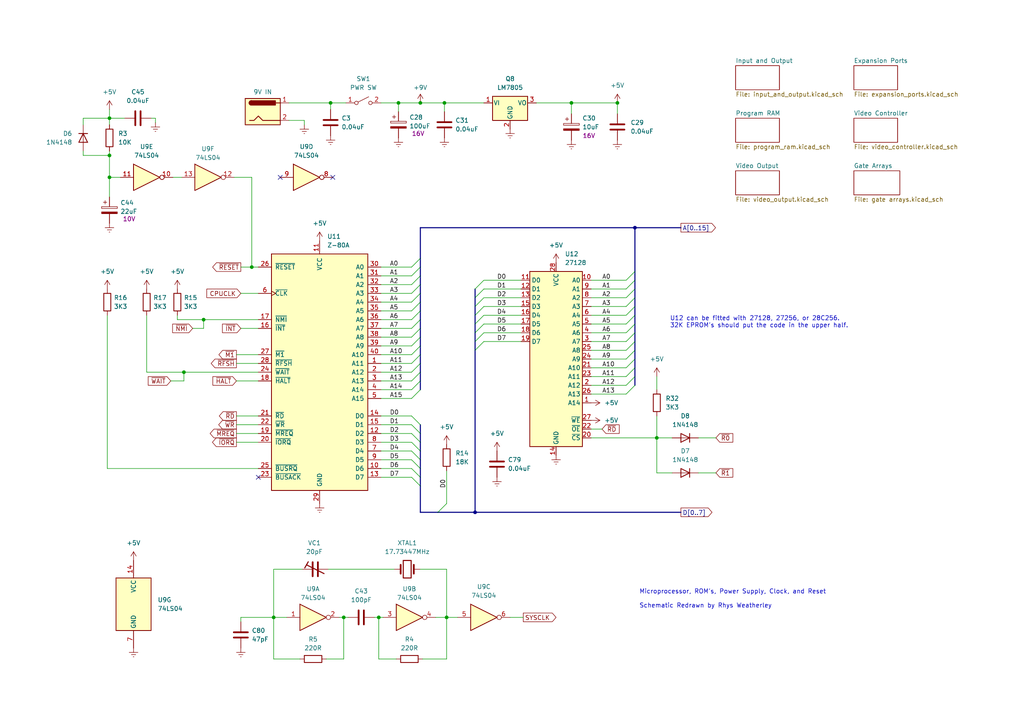
<source format=kicad_sch>
(kicad_sch (version 20230121) (generator eeschema)
  (paper "A4")
  (title_block (title "VZ300 Computer") (date "1985") (rev "1"))
  (lib_symbols
    (symbol "74xx:74LS04"
      (property "Reference" "U" (at 0 1.27 0))
      (property "Value" "74LS04" (at 0 -1.27 0))
      (symbol "74LS04_1_0"
        (polyline (pts (xy -3.81 3.81) (xy -3.81 -3.81) (xy 3.81 0) (xy -3.81 3.81)) (stroke (width 0.254)) (fill (type background)))
        (pin input line (at -7.62 0 0) (length 3.81) (name "~") (number "1"))
        (pin output inverted (at 7.62 0 180) (length 3.81) (name "~") (number "2"))
      )
      (symbol "74LS04_2_0"
        (polyline (pts (xy -3.81 3.81) (xy -3.81 -3.81) (xy 3.81 0) (xy -3.81 3.81)) (stroke (width 0.254)) (fill (type background)))
        (pin input line (at -7.62 0 0) (length 3.81) (name "~") (number "3"))
        (pin output inverted (at 7.62 0 180) (length 3.81) (name "~") (number "4"))
      )
      (symbol "74LS04_3_0"
        (polyline (pts (xy -3.81 3.81) (xy -3.81 -3.81) (xy 3.81 0) (xy -3.81 3.81)) (stroke (width 0.254)) (fill (type background)))
        (pin input line (at -7.62 0 0) (length 3.81) (name "~") (number "5"))
        (pin output inverted (at 7.62 0 180) (length 3.81) (name "~") (number "6"))
      )
      (symbol "74LS04_4_0"
        (polyline (pts (xy -3.81 3.81) (xy -3.81 -3.81) (xy 3.81 0) (xy -3.81 3.81)) (stroke (width 0.254)) (fill (type background)))
        (pin output inverted (at 7.62 0 180) (length 3.81) (name "~") (number "8"))
        (pin input line (at -7.62 0 0) (length 3.81) (name "~") (number "9"))
      )
      (symbol "74LS04_5_0"
        (polyline (pts (xy -3.81 3.81) (xy -3.81 -3.81) (xy 3.81 0) (xy -3.81 3.81)) (stroke (width 0.254)) (fill (type background)))
        (pin output inverted (at 7.62 0 180) (length 3.81) (name "~") (number "10"))
        (pin input line (at -7.62 0 0) (length 3.81) (name "~") (number "11"))
      )
      (symbol "74LS04_6_0"
        (polyline (pts (xy -3.81 3.81) (xy -3.81 -3.81) (xy 3.81 0) (xy -3.81 3.81)) (stroke (width 0.254)) (fill (type background)))
        (pin output inverted (at 7.62 0 180) (length 3.81) (name "~") (number "12"))
        (pin input line (at -7.62 0 0) (length 3.81) (name "~") (number "13"))
      )
      (symbol "74LS04_7_0"
        (pin power_in line (at 0 12.7 270) (length 5.08) (name "VCC") (number "14"))
        (pin power_in line (at 0 -12.7 90) (length 5.08) (name "GND") (number "7"))
      )
      (symbol "74LS04_7_1"
        (rectangle (start -5.08 7.62) (end 5.08 -7.62) (stroke (width 0.254)) (fill (type background)))
      )
    )
    (symbol "CPU:Z80CPU" (pin_names (offset 1.016))
      (property "Reference" "U" (at -13.97 35.56 0))
      (property "Value" "Z80CPU" (at 6.35 35.56 0))
      (symbol "Z80CPU_0_1"
        (rectangle (start -13.97 34.29) (end 13.97 -34.29) (stroke (width 0.254)) (fill (type background)))
      )
      (symbol "Z80CPU_1_1"
        (pin output line (at 17.78 2.54 180) (length 3.81) (name "A11") (number "1"))
        (pin bidirectional line (at 17.78 -27.94 180) (length 3.81) (name "D6") (number "10"))
        (pin power_in line (at 0 38.1 270) (length 3.81) (name "VCC") (number "11"))
        (pin bidirectional line (at 17.78 -17.78 180) (length 3.81) (name "D2") (number "12"))
        (pin bidirectional line (at 17.78 -30.48 180) (length 3.81) (name "D7") (number "13"))
        (pin bidirectional line (at 17.78 -12.7 180) (length 3.81) (name "D0") (number "14"))
        (pin bidirectional line (at 17.78 -15.24 180) (length 3.81) (name "D1") (number "15"))
        (pin input line (at -17.78 12.7 0) (length 3.81) (name "~{INT}") (number "16"))
        (pin input line (at -17.78 15.24 0) (length 3.81) (name "~{NMI}") (number "17"))
        (pin output line (at -17.78 -2.54 0) (length 3.81) (name "~{HALT}") (number "18"))
        (pin output line (at -17.78 -17.78 0) (length 3.81) (name "~{MREQ}") (number "19"))
        (pin output line (at 17.78 0 180) (length 3.81) (name "A12") (number "2"))
        (pin output line (at -17.78 -20.32 0) (length 3.81) (name "~{IORQ}") (number "20"))
        (pin output line (at -17.78 -12.7 0) (length 3.81) (name "~{RD}") (number "21"))
        (pin output line (at -17.78 -15.24 0) (length 3.81) (name "~{WR}") (number "22"))
        (pin output line (at -17.78 -30.48 0) (length 3.81) (name "~{BUSACK}") (number "23"))
        (pin input line (at -17.78 0 0) (length 3.81) (name "~{WAIT}") (number "24"))
        (pin input line (at -17.78 -27.94 0) (length 3.81) (name "~{BUSRQ}") (number "25"))
        (pin input line (at -17.78 30.48 0) (length 3.81) (name "~{RESET}") (number "26"))
        (pin output line (at -17.78 5.08 0) (length 3.81) (name "~{M1}") (number "27"))
        (pin output line (at -17.78 2.54 0) (length 3.81) (name "~{RFSH}") (number "28"))
        (pin power_in line (at 0 -38.1 90) (length 3.81) (name "GND") (number "29"))
        (pin output line (at 17.78 -2.54 180) (length 3.81) (name "A13") (number "3"))
        (pin output line (at 17.78 30.48 180) (length 3.81) (name "A0") (number "30"))
        (pin output line (at 17.78 27.94 180) (length 3.81) (name "A1") (number "31"))
        (pin output line (at 17.78 25.4 180) (length 3.81) (name "A2") (number "32"))
        (pin output line (at 17.78 22.86 180) (length 3.81) (name "A3") (number "33"))
        (pin output line (at 17.78 20.32 180) (length 3.81) (name "A4") (number "34"))
        (pin output line (at 17.78 17.78 180) (length 3.81) (name "A5") (number "35"))
        (pin output line (at 17.78 15.24 180) (length 3.81) (name "A6") (number "36"))
        (pin output line (at 17.78 12.7 180) (length 3.81) (name "A7") (number "37"))
        (pin output line (at 17.78 10.16 180) (length 3.81) (name "A8") (number "38"))
        (pin output line (at 17.78 7.62 180) (length 3.81) (name "A9") (number "39"))
        (pin output line (at 17.78 -5.08 180) (length 3.81) (name "A14") (number "4"))
        (pin output line (at 17.78 5.08 180) (length 3.81) (name "A10") (number "40"))
        (pin output line (at 17.78 -7.62 180) (length 3.81) (name "A15") (number "5"))
        (pin input clock (at -17.78 22.86 0) (length 3.81) (name "~{CLK}") (number "6"))
        (pin bidirectional line (at 17.78 -22.86 180) (length 3.81) (name "D4") (number "7"))
        (pin bidirectional line (at 17.78 -20.32 180) (length 3.81) (name "D3") (number "8"))
        (pin bidirectional line (at 17.78 -25.4 180) (length 3.81) (name "D5") (number "9"))
      )
    )
    (symbol "Connector:Barrel_Jack" (pin_names (offset 1.016))
      (property "Reference" "J" (at 0 5.334 0))
      (property "Value" "Barrel_Jack" (at 0 -5.08 0))
      (symbol "Barrel_Jack_0_1"
        (rectangle (start -5.08 3.81) (end 5.08 -3.81) (stroke (width 0.254)) (fill (type background)))
        (arc (start -3.302 3.175) (mid -3.9343 2.54) (end -3.302 1.905) (stroke (width 0.254)))
        (arc (start -3.302 3.175) (mid -3.9343 2.54) (end -3.302 1.905) (stroke (width 0.254)) (fill (type outline)))
        (polyline (pts (xy 5.08 2.54) (xy 3.81 2.54)) (stroke (width 0.254)))
        (polyline (pts (xy -3.81 -2.54) (xy -2.54 -2.54) (xy -1.27 -1.27) (xy 0 -2.54) (xy 2.54 -2.54) (xy 5.08 -2.54)) (stroke (width 0.254)))
        (rectangle (start 3.683 3.175) (end -3.302 1.905) (stroke (width 0.254)) (fill (type outline)))
      )
      (symbol "Barrel_Jack_1_1"
        (pin passive line (at 7.62 2.54 180) (length 2.54) (name "~") (number "1"))
        (pin passive line (at 7.62 -2.54 180) (length 2.54) (name "~") (number "2"))
      )
    )
    (symbol "Device:C" (pin_numbers hide) (pin_names (offset 0.254))
      (property "Reference" "C" (at 0.635 2.54 0))
      (property "Value" "C" (at 0.635 -2.54 0))
      (symbol "C_0_1"
        (polyline (pts (xy -2.032 -0.762) (xy 2.032 -0.762)) (stroke (width 0.508)))
        (polyline (pts (xy -2.032 0.762) (xy 2.032 0.762)) (stroke (width 0.508)))
      )
      (symbol "C_1_1"
        (pin passive line (at 0 3.81 270) (length 2.794) (name "~") (number "1"))
        (pin passive line (at 0 -3.81 90) (length 2.794) (name "~") (number "2"))
      )
    )
    (symbol "Device:C_Polarized" (pin_numbers hide) (pin_names (offset 0.254))
      (property "Reference" "C" (at 0.635 2.54 0))
      (property "Value" "C_Polarized" (at 0.635 -2.54 0))
      (symbol "C_Polarized_0_1"
        (rectangle (start -2.286 0.508) (end 2.286 1.016))
        (polyline (pts (xy -1.778 2.286) (xy -0.762 2.286)))
        (polyline (pts (xy -1.27 2.794) (xy -1.27 1.778)))
        (rectangle (start 2.286 -0.508) (end -2.286 -1.016) (fill (type outline)))
      )
      (symbol "C_Polarized_1_1"
        (pin passive line (at 0 3.81 270) (length 2.794) (name "~") (number "1"))
        (pin passive line (at 0 -3.81 90) (length 2.794) (name "~") (number "2"))
      )
    )
    (symbol "Device:C_Trim" (pin_numbers hide) (pin_names (offset 0.254) hide)
      (property "Reference" "C" (at 1.524 -2.032 0))
      (property "Value" "C_Trim" (at 3.048 -3.556 0))
      (symbol "C_Trim_0_1"
        (polyline (pts (xy -2.032 -0.762) (xy 2.032 -0.762)) (stroke (width 0.508)))
        (polyline (pts (xy -2.032 0.762) (xy 2.032 0.762)) (stroke (width 0.508)))
        (polyline (pts (xy 1.27 2.54) (xy -1.27 -2.54)) (stroke (width 0.3048)))
        (polyline (pts (xy 1.27 2.54) (xy 0.381 3.048)) (stroke (width 0.3048)))
        (polyline (pts (xy 1.27 2.54) (xy 2.159 2.032)) (stroke (width 0.3048)))
      )
      (symbol "C_Trim_1_1"
        (pin passive line (at 0 3.81 270) (length 3.048) (name "~") (number "1"))
        (pin passive line (at 0 -3.81 90) (length 3.048) (name "~") (number "2"))
      )
    )
    (symbol "Device:Crystal" (pin_numbers hide) (pin_names (offset 1.016) hide)
      (property "Reference" "Y" (at 0 3.81 0))
      (property "Value" "Crystal" (at 0 -3.81 0))
      (symbol "Crystal_0_1"
        (rectangle (start -1.143 2.54) (end 1.143 -2.54) (stroke (width 0.3048)))
        (polyline (pts (xy -2.54 0) (xy -1.905 0)))
        (polyline (pts (xy -1.905 -1.27) (xy -1.905 1.27)) (stroke (width 0.508)))
        (polyline (pts (xy 1.905 -1.27) (xy 1.905 1.27)) (stroke (width 0.508)))
        (polyline (pts (xy 2.54 0) (xy 1.905 0)))
      )
      (symbol "Crystal_1_1"
        (pin passive line (at -3.81 0 0) (length 1.27) (name "1") (number "1"))
        (pin passive line (at 3.81 0 180) (length 1.27) (name "2") (number "2"))
      )
    )
    (symbol "Device:R" (pin_numbers hide) (pin_names (offset 0))
      (property "Reference" "R" (at 2.032 0 90))
      (property "Value" "R" (at 0 0 90))
      (symbol "R_0_1"
        (rectangle (start -1.016 -2.54) (end 1.016 2.54) (stroke (width 0.254)))
      )
      (symbol "R_1_1"
        (pin passive line (at 0 3.81 270) (length 1.27) (name "~") (number "1"))
        (pin passive line (at 0 -3.81 90) (length 1.27) (name "~") (number "2"))
      )
    )
    (symbol "Diode:1N4148" (pin_numbers hide) (pin_names hide)
      (property "Reference" "D" (at 0 2.54 0))
      (property "Value" "1N4148" (at 0 -2.54 0))
      (symbol "1N4148_0_1"
        (polyline (pts (xy -1.27 1.27) (xy -1.27 -1.27)) (stroke (width 0.254)))
        (polyline (pts (xy 1.27 0) (xy -1.27 0)))
        (polyline (pts (xy 1.27 1.27) (xy 1.27 -1.27) (xy -1.27 0) (xy 1.27 1.27)) (stroke (width 0.254)))
      )
      (symbol "1N4148_1_1"
        (pin passive line (at -3.81 0 0) (length 2.54) (name "K") (number "1"))
        (pin passive line (at 3.81 0 180) (length 2.54) (name "A") (number "2"))
      )
    )
    (symbol "Memory_EEPROM:28C256"
      (property "Reference" "U" (at -7.62 26.67 0))
      (property "Value" "28C256" (at 2.54 -26.67 0))
      (symbol "28C256_1_1"
        (rectangle (start -7.62 25.4) (end 7.62 -25.4) (stroke (width 0.254)) (fill (type background)))
        (pin input line (at -10.16 -12.7 0) (length 2.54) (name "A14") (number "1"))
        (pin input line (at -10.16 22.86 0) (length 2.54) (name "A0") (number "10"))
        (pin tri_state line (at 10.16 22.86 180) (length 2.54) (name "D0") (number "11"))
        (pin tri_state line (at 10.16 20.32 180) (length 2.54) (name "D1") (number "12"))
        (pin tri_state line (at 10.16 17.78 180) (length 2.54) (name "D2") (number "13"))
        (pin power_in line (at 0 -27.94 90) (length 2.54) (name "GND") (number "14"))
        (pin tri_state line (at 10.16 15.24 180) (length 2.54) (name "D3") (number "15"))
        (pin tri_state line (at 10.16 12.7 180) (length 2.54) (name "D4") (number "16"))
        (pin tri_state line (at 10.16 10.16 180) (length 2.54) (name "D5") (number "17"))
        (pin tri_state line (at 10.16 7.62 180) (length 2.54) (name "D6") (number "18"))
        (pin tri_state line (at 10.16 5.08 180) (length 2.54) (name "D7") (number "19"))
        (pin input line (at -10.16 -7.62 0) (length 2.54) (name "A12") (number "2"))
        (pin input line (at -10.16 -22.86 0) (length 2.54) (name "~{CS}") (number "20"))
        (pin input line (at -10.16 -2.54 0) (length 2.54) (name "A10") (number "21"))
        (pin input line (at -10.16 -20.32 0) (length 2.54) (name "~{OE}") (number "22"))
        (pin input line (at -10.16 -5.08 0) (length 2.54) (name "A11") (number "23"))
        (pin input line (at -10.16 0 0) (length 2.54) (name "A9") (number "24"))
        (pin input line (at -10.16 2.54 0) (length 2.54) (name "A8") (number "25"))
        (pin input line (at -10.16 -10.16 0) (length 2.54) (name "A13") (number "26"))
        (pin input line (at -10.16 -17.78 0) (length 2.54) (name "~{WE}") (number "27"))
        (pin power_in line (at 0 27.94 270) (length 2.54) (name "VCC") (number "28"))
        (pin input line (at -10.16 5.08 0) (length 2.54) (name "A7") (number "3"))
        (pin input line (at -10.16 7.62 0) (length 2.54) (name "A6") (number "4"))
        (pin input line (at -10.16 10.16 0) (length 2.54) (name "A5") (number "5"))
        (pin input line (at -10.16 12.7 0) (length 2.54) (name "A4") (number "6"))
        (pin input line (at -10.16 15.24 0) (length 2.54) (name "A3") (number "7"))
        (pin input line (at -10.16 17.78 0) (length 2.54) (name "A2") (number "8"))
        (pin input line (at -10.16 20.32 0) (length 2.54) (name "A1") (number "9"))
      )
    )
    (symbol "Regulator_Linear:LM7805_TO220" (pin_names (offset 0.254))
      (property "Reference" "U" (at -3.81 3.175 0))
      (property "Value" "LM7805_TO220" (at 0 3.175 0))
      (symbol "LM7805_TO220_0_1"
        (rectangle (start -5.08 1.905) (end 5.08 -5.08) (stroke (width 0.254)) (fill (type background)))
      )
      (symbol "LM7805_TO220_1_1"
        (pin power_in line (at -7.62 0 0) (length 2.54) (name "VI") (number "1"))
        (pin power_in line (at 0 -7.62 90) (length 2.54) (name "GND") (number "2"))
        (pin power_out line (at 7.62 0 180) (length 2.54) (name "VO") (number "3"))
      )
    )
    (symbol "Switch:SW_SPST" (pin_names (offset 0) hide)
      (property "Reference" "SW" (at 0 3.175 0))
      (property "Value" "SW_SPST" (at 0 -2.54 0))
      (symbol "SW_SPST_0_0"
        (circle (center -2.032 0) (radius 0.508))
        (polyline (pts (xy -1.524 0.254) (xy 1.524 1.778)))
        (circle (center 2.032 0) (radius 0.508))
      )
      (symbol "SW_SPST_1_1"
        (pin passive line (at -5.08 0 0) (length 2.54) (name "A") (number "1"))
        (pin passive line (at 5.08 0 180) (length 2.54) (name "B") (number "2"))
      )
    )
    (symbol "power:+5V" (power) (pin_names (offset 0))
      (property "Value" "+5V" (at 0 3.556 0))
      (symbol "+5V_0_1"
        (polyline (pts (xy -0.762 1.27) (xy 0 2.54)))
        (polyline (pts (xy 0 0) (xy 0 2.54)))
        (polyline (pts (xy 0 2.54) (xy 0.762 1.27)))
      )
      (symbol "+5V_1_1"
        (pin power_in line (at 0 0 90) (length 0) hide (name "+5V") (number "1"))
      )
    )
    (symbol "power:+9V" (power) (pin_names (offset 0))
      (property "Value" "+9V" (at 0 3.556 0))
      (symbol "+9V_0_1"
        (polyline (pts (xy -0.762 1.27) (xy 0 2.54)))
        (polyline (pts (xy 0 0) (xy 0 2.54)))
        (polyline (pts (xy 0 2.54) (xy 0.762 1.27)))
      )
      (symbol "+9V_1_1"
        (pin power_in line (at 0 0 90) (length 0) hide (name "+9V") (number "1"))
      )
    )
    (symbol "power:Earth" (power) (pin_names (offset 0))
      (symbol "Earth_0_1"
        (polyline (pts (xy -0.635 -1.905) (xy 0.635 -1.905)))
        (polyline (pts (xy -0.127 -2.54) (xy 0.127 -2.54)))
        (polyline (pts (xy 0 -1.27) (xy 0 0)))
        (polyline (pts (xy 1.27 -1.27) (xy -1.27 -1.27)))
      )
      (symbol "Earth_1_1"
        (pin power_in line (at 0 0 270) (length 0) hide (name "Earth") (number "1"))
      )
    )
  )
  (junction (at 137.795 148.59))
  (junction (at 99.695 179.07))
  (junction (at 190.5 127))
  (junction (at 95.885 29.845))
  (junction (at 115.57 29.845))
  (junction (at 179.07 29.845))
  (junction (at 79.375 179.07))
  (junction (at 31.75 45.085))
  (junction (at 128.905 29.845))
  (junction (at 184.15 66.04))
  (junction (at 121.92 29.845))
  (junction (at 73.025 77.47))
  (junction (at 165.735 29.845))
  (junction (at 129.54 179.07))
  (junction (at 31.75 34.29))
  (junction (at 53.34 107.95))
  (junction (at 31.75 51.435))
  (junction (at 109.855 179.07))
  (junction (at 59.055 92.71))
  (no_connect (at 74.93 138.43))
  (no_connect (at 96.52 51.435))
  (no_connect (at 81.28 51.435))
  (bus_entry (at 119.38 77.47) (size 2.54 -2.54))
  (bus_entry (at 119.38 102.87) (size 2.54 -2.54))
  (bus_entry (at 119.38 97.79) (size 2.54 -2.54))
  (bus_entry (at 181.61 104.14) (size 2.54 -2.54))
  (bus_entry (at 140.335 93.98) (size -2.54 2.54))
  (bus_entry (at 181.61 114.3) (size 2.54 -2.54))
  (bus_entry (at 181.61 88.9) (size 2.54 -2.54))
  (bus_entry (at 140.335 83.82) (size -2.54 2.54))
  (bus_entry (at 140.335 99.06) (size -2.54 2.54))
  (bus_entry (at 119.38 100.33) (size 2.54 -2.54))
  (bus_entry (at 119.38 105.41) (size 2.54 -2.54))
  (bus_entry (at 119.38 130.81) (size 2.54 2.54))
  (bus_entry (at 119.38 85.09) (size 2.54 -2.54))
  (bus_entry (at 119.38 113.03) (size 2.54 -2.54))
  (bus_entry (at 127 148.59) (size 2.54 -2.54))
  (bus_entry (at 119.38 107.95) (size 2.54 -2.54))
  (bus_entry (at 181.61 91.44) (size 2.54 -2.54))
  (bus_entry (at 119.38 128.27) (size 2.54 2.54))
  (bus_entry (at 119.38 123.19) (size 2.54 2.54))
  (bus_entry (at 119.38 92.71) (size 2.54 -2.54))
  (bus_entry (at 181.61 93.98) (size 2.54 -2.54))
  (bus_entry (at 119.38 120.65) (size 2.54 2.54))
  (bus_entry (at 119.38 82.55) (size 2.54 -2.54))
  (bus_entry (at 140.335 81.28) (size -2.54 2.54))
  (bus_entry (at 119.38 115.57) (size 2.54 -2.54))
  (bus_entry (at 119.38 95.25) (size 2.54 -2.54))
  (bus_entry (at 181.61 83.82) (size 2.54 -2.54))
  (bus_entry (at 181.61 81.28) (size 2.54 -2.54))
  (bus_entry (at 181.61 101.6) (size 2.54 -2.54))
  (bus_entry (at 119.38 110.49) (size 2.54 -2.54))
  (bus_entry (at 181.61 99.06) (size 2.54 -2.54))
  (bus_entry (at 181.61 109.22) (size 2.54 -2.54))
  (bus_entry (at 140.335 91.44) (size -2.54 2.54))
  (bus_entry (at 119.38 125.73) (size 2.54 2.54))
  (bus_entry (at 119.38 87.63) (size 2.54 -2.54))
  (bus_entry (at 140.335 96.52) (size -2.54 2.54))
  (bus_entry (at 181.61 111.76) (size 2.54 -2.54))
  (bus_entry (at 140.335 86.36) (size -2.54 2.54))
  (bus_entry (at 181.61 106.68) (size 2.54 -2.54))
  (bus_entry (at 119.38 133.35) (size 2.54 2.54))
  (bus_entry (at 181.61 96.52) (size 2.54 -2.54))
  (bus_entry (at 140.335 88.9) (size -2.54 2.54))
  (bus_entry (at 119.38 90.17) (size 2.54 -2.54))
  (bus_entry (at 119.38 138.43) (size 2.54 2.54))
  (bus_entry (at 181.61 86.36) (size 2.54 -2.54))
  (bus_entry (at 119.38 135.89) (size 2.54 2.54))
  (bus_entry (at 119.38 80.01) (size 2.54 -2.54))
  (wire (pts (xy 68.58 125.73) (xy 74.93 125.73)))
  (wire (pts (xy 122.555 191.135) (xy 129.54 191.135)))
  (wire (pts (xy 110.49 130.81) (xy 119.38 130.81)))
  (wire (pts (xy 140.335 81.28) (xy 151.13 81.28)))
  (wire (pts (xy 31.75 45.085) (xy 31.75 51.435)))
  (wire (pts (xy 110.49 135.89) (xy 119.38 135.89)))
  (wire (pts (xy 68.58 110.49) (xy 74.93 110.49)))
  (wire (pts (xy 69.85 95.25) (xy 74.93 95.25)))
  (wire (pts (xy 194.945 137.16) (xy 190.5 137.16)))
  (wire (pts (xy 55.88 95.25) (xy 59.055 95.25)))
  (wire (pts (xy 108.585 179.07) (xy 109.855 179.07)))
  (bus (pts (xy 127 148.59) (xy 137.795 148.59)))
  (wire (pts (xy 79.375 179.07) (xy 79.375 191.135)))
  (wire (pts (xy 171.45 114.3) (xy 181.61 114.3)))
  (wire (pts (xy 110.49 113.03) (xy 119.38 113.03)))
  (wire (pts (xy 140.335 88.9) (xy 151.13 88.9)))
  (wire (pts (xy 121.92 165.1) (xy 129.54 165.1)))
  (wire (pts (xy 110.49 138.43) (xy 119.38 138.43)))
  (wire (pts (xy 171.45 93.98) (xy 181.61 93.98)))
  (wire (pts (xy 110.49 115.57) (xy 119.38 115.57)))
  (wire (pts (xy 171.45 99.06) (xy 181.61 99.06)))
  (wire (pts (xy 31.75 34.29) (xy 31.75 36.195)))
  (wire (pts (xy 165.735 29.845) (xy 179.07 29.845)))
  (bus (pts (xy 184.15 101.6) (xy 184.15 104.14)))
  (wire (pts (xy 171.45 127) (xy 190.5 127)))
  (wire (pts (xy 140.335 86.36) (xy 151.13 86.36)))
  (bus (pts (xy 121.92 105.41) (xy 121.92 102.87)))
  (bus (pts (xy 121.92 113.03) (xy 121.92 110.49)))
  (bus (pts (xy 137.795 88.9) (xy 137.795 91.44)))
  (bus (pts (xy 121.92 138.43) (xy 121.92 140.97)))
  (bus (pts (xy 184.15 83.82) (xy 184.15 86.36)))
  (wire (pts (xy 73.025 77.47) (xy 74.93 77.47)))
  (wire (pts (xy 110.49 110.49) (xy 119.38 110.49)))
  (wire (pts (xy 165.735 29.845) (xy 165.735 33.02)))
  (wire (pts (xy 140.335 96.52) (xy 151.13 96.52)))
  (wire (pts (xy 99.695 191.135) (xy 99.695 179.07)))
  (wire (pts (xy 190.5 109.22) (xy 190.5 113.03)))
  (wire (pts (xy 121.92 29.845) (xy 128.905 29.845)))
  (wire (pts (xy 95.885 29.845) (xy 95.885 31.75)))
  (wire (pts (xy 110.49 133.35) (xy 119.38 133.35)))
  (wire (pts (xy 86.995 191.135) (xy 79.375 191.135)))
  (wire (pts (xy 94.615 191.135) (xy 99.695 191.135)))
  (bus (pts (xy 121.92 125.73) (xy 121.92 128.27)))
  (wire (pts (xy 171.45 111.76) (xy 181.61 111.76)))
  (wire (pts (xy 74.93 107.95) (xy 53.34 107.95)))
  (bus (pts (xy 137.795 96.52) (xy 137.795 99.06)))
  (bus (pts (xy 121.92 102.87) (xy 121.92 100.33)))
  (bus (pts (xy 184.15 104.14) (xy 184.15 106.68)))
  (wire (pts (xy 49.53 110.49) (xy 53.34 110.49)))
  (wire (pts (xy 43.815 34.29) (xy 45.085 34.29)))
  (wire (pts (xy 110.49 123.19) (xy 119.38 123.19)))
  (wire (pts (xy 190.5 127) (xy 194.945 127)))
  (bus (pts (xy 121.92 77.47) (xy 121.92 74.93)))
  (wire (pts (xy 109.855 179.07) (xy 111.125 179.07)))
  (bus (pts (xy 121.92 123.19) (xy 121.92 125.73)))
  (bus (pts (xy 121.92 130.81) (xy 121.92 133.35)))
  (wire (pts (xy 83.82 34.925) (xy 88.265 34.925)))
  (bus (pts (xy 121.92 100.33) (xy 121.92 97.79)))
  (bus (pts (xy 137.795 86.36) (xy 137.795 88.9)))
  (wire (pts (xy 95.885 29.845) (xy 100.33 29.845)))
  (wire (pts (xy 73.025 51.435) (xy 73.025 77.47)))
  (wire (pts (xy 171.45 124.46) (xy 174.625 124.46)))
  (wire (pts (xy 110.49 128.27) (xy 119.38 128.27)))
  (wire (pts (xy 110.49 90.17) (xy 119.38 90.17)))
  (wire (pts (xy 171.45 88.9) (xy 181.61 88.9)))
  (wire (pts (xy 110.49 77.47) (xy 119.38 77.47)))
  (bus (pts (xy 121.92 80.01) (xy 121.92 77.47)))
  (wire (pts (xy 53.34 110.49) (xy 53.34 107.95)))
  (wire (pts (xy 110.49 80.01) (xy 119.38 80.01)))
  (wire (pts (xy 115.57 29.845) (xy 121.92 29.845)))
  (bus (pts (xy 184.15 78.74) (xy 184.15 81.28)))
  (bus (pts (xy 184.15 99.06) (xy 184.15 101.6)))
  (wire (pts (xy 110.49 120.65) (xy 119.38 120.65)))
  (wire (pts (xy 109.855 191.135) (xy 109.855 179.07)))
  (wire (pts (xy 190.5 137.16) (xy 190.5 127)))
  (wire (pts (xy 171.45 86.36) (xy 181.61 86.36)))
  (bus (pts (xy 121.92 135.89) (xy 121.92 138.43)))
  (wire (pts (xy 147.955 179.07) (xy 151.765 179.07)))
  (wire (pts (xy 83.82 29.845) (xy 95.885 29.845)))
  (wire (pts (xy 31.75 31.75) (xy 31.75 34.29)))
  (wire (pts (xy 31.75 51.435) (xy 31.75 57.15)))
  (wire (pts (xy 68.58 105.41) (xy 74.93 105.41)))
  (wire (pts (xy 53.34 107.95) (xy 42.545 107.95)))
  (wire (pts (xy 171.45 91.44) (xy 181.61 91.44)))
  (wire (pts (xy 171.45 101.6) (xy 181.61 101.6)))
  (wire (pts (xy 115.57 29.845) (xy 115.57 32.385)))
  (bus (pts (xy 121.92 66.04) (xy 121.92 74.93)))
  (wire (pts (xy 24.13 36.195) (xy 24.13 34.29)))
  (wire (pts (xy 88.265 34.925) (xy 88.265 36.195)))
  (wire (pts (xy 171.45 109.22) (xy 181.61 109.22)))
  (wire (pts (xy 51.435 92.71) (xy 51.435 91.44)))
  (bus (pts (xy 184.15 106.68) (xy 184.15 109.22)))
  (wire (pts (xy 171.45 83.82) (xy 181.61 83.82)))
  (wire (pts (xy 110.49 107.95) (xy 119.38 107.95)))
  (wire (pts (xy 129.54 165.1) (xy 129.54 179.07)))
  (bus (pts (xy 121.92 140.97) (xy 121.92 148.59)))
  (wire (pts (xy 140.335 91.44) (xy 151.13 91.44)))
  (wire (pts (xy 140.335 93.98) (xy 151.13 93.98)))
  (wire (pts (xy 129.54 179.07) (xy 132.715 179.07)))
  (wire (pts (xy 202.565 127) (xy 207.645 127)))
  (wire (pts (xy 24.13 45.085) (xy 31.75 45.085)))
  (wire (pts (xy 129.54 191.135) (xy 129.54 179.07)))
  (wire (pts (xy 24.13 34.29) (xy 31.75 34.29)))
  (bus (pts (xy 137.795 83.82) (xy 137.795 86.36)))
  (bus (pts (xy 137.795 99.06) (xy 137.795 101.6)))
  (wire (pts (xy 179.07 29.845) (xy 179.07 33.02)))
  (bus (pts (xy 121.92 110.49) (xy 121.92 107.95)))
  (wire (pts (xy 128.905 29.845) (xy 128.905 32.385)))
  (wire (pts (xy 74.93 135.89) (xy 31.115 135.89)))
  (wire (pts (xy 129.54 136.525) (xy 129.54 146.05)))
  (wire (pts (xy 68.58 128.27) (xy 74.93 128.27)))
  (wire (pts (xy 110.49 97.79) (xy 119.38 97.79)))
  (wire (pts (xy 79.375 165.1) (xy 87.63 165.1)))
  (bus (pts (xy 121.92 90.17) (xy 121.92 87.63)))
  (wire (pts (xy 190.5 120.65) (xy 190.5 127)))
  (bus (pts (xy 121.92 66.04) (xy 184.15 66.04)))
  (bus (pts (xy 184.15 109.22) (xy 184.15 111.76)))
  (wire (pts (xy 24.13 43.815) (xy 24.13 45.085)))
  (wire (pts (xy 95.25 165.1) (xy 114.3 165.1)))
  (bus (pts (xy 121.92 92.71) (xy 121.92 90.17)))
  (wire (pts (xy 31.75 34.29) (xy 36.195 34.29)))
  (wire (pts (xy 110.49 92.71) (xy 119.38 92.71)))
  (wire (pts (xy 68.58 120.65) (xy 74.93 120.65)))
  (bus (pts (xy 184.15 86.36) (xy 184.15 88.9)))
  (wire (pts (xy 110.49 125.73) (xy 119.38 125.73)))
  (wire (pts (xy 171.45 96.52) (xy 181.61 96.52)))
  (wire (pts (xy 59.055 95.25) (xy 59.055 92.71)))
  (wire (pts (xy 171.45 104.14) (xy 181.61 104.14)))
  (bus (pts (xy 121.92 97.79) (xy 121.92 95.25)))
  (bus (pts (xy 121.92 82.55) (xy 121.92 80.01)))
  (wire (pts (xy 114.935 191.135) (xy 109.855 191.135)))
  (bus (pts (xy 121.92 133.35) (xy 121.92 135.89)))
  (wire (pts (xy 45.085 34.29) (xy 45.085 35.56)))
  (wire (pts (xy 110.49 100.33) (xy 119.38 100.33)))
  (wire (pts (xy 68.58 102.87) (xy 74.93 102.87)))
  (wire (pts (xy 31.75 43.815) (xy 31.75 45.085)))
  (wire (pts (xy 110.49 82.55) (xy 119.38 82.55)))
  (wire (pts (xy 34.925 51.435) (xy 31.75 51.435)))
  (wire (pts (xy 171.45 81.28) (xy 181.61 81.28)))
  (wire (pts (xy 67.945 51.435) (xy 73.025 51.435)))
  (wire (pts (xy 202.565 137.16) (xy 207.645 137.16)))
  (wire (pts (xy 140.335 83.82) (xy 151.13 83.82)))
  (wire (pts (xy 110.49 87.63) (xy 119.38 87.63)))
  (bus (pts (xy 121.92 128.27) (xy 121.92 130.81)))
  (wire (pts (xy 171.45 106.68) (xy 181.61 106.68)))
  (wire (pts (xy 79.375 165.1) (xy 79.375 179.07)))
  (bus (pts (xy 121.92 107.95) (xy 121.92 105.41)))
  (wire (pts (xy 155.575 29.845) (xy 165.735 29.845)))
  (bus (pts (xy 137.795 91.44) (xy 137.795 93.98)))
  (wire (pts (xy 128.905 29.845) (xy 140.335 29.845)))
  (bus (pts (xy 121.92 95.25) (xy 121.92 92.71)))
  (wire (pts (xy 69.85 77.47) (xy 73.025 77.47)))
  (wire (pts (xy 110.49 85.09) (xy 119.38 85.09)))
  (wire (pts (xy 59.055 92.71) (xy 51.435 92.71)))
  (wire (pts (xy 110.49 102.87) (xy 119.38 102.87)))
  (bus (pts (xy 184.15 91.44) (xy 184.15 93.98)))
  (wire (pts (xy 69.85 179.07) (xy 79.375 179.07)))
  (wire (pts (xy 110.49 95.25) (xy 119.38 95.25)))
  (bus (pts (xy 121.92 85.09) (xy 121.92 82.55)))
  (wire (pts (xy 69.85 85.09) (xy 74.93 85.09)))
  (bus (pts (xy 184.15 81.28) (xy 184.15 83.82)))
  (wire (pts (xy 110.49 105.41) (xy 119.38 105.41)))
  (wire (pts (xy 31.115 135.89) (xy 31.115 91.44)))
  (bus (pts (xy 184.15 93.98) (xy 184.15 96.52)))
  (bus (pts (xy 137.795 101.6) (xy 137.795 148.59)))
  (bus (pts (xy 121.92 87.63) (xy 121.92 85.09)))
  (wire (pts (xy 50.165 51.435) (xy 52.705 51.435)))
  (wire (pts (xy 68.58 123.19) (xy 74.93 123.19)))
  (bus (pts (xy 184.15 66.04) (xy 184.15 78.74)))
  (wire (pts (xy 74.93 92.71) (xy 59.055 92.71)))
  (bus (pts (xy 184.15 88.9) (xy 184.15 91.44)))
  (bus (pts (xy 184.15 96.52) (xy 184.15 99.06)))
  (wire (pts (xy 69.85 180.34) (xy 69.85 179.07)))
  (wire (pts (xy 42.545 107.95) (xy 42.545 91.44)))
  (wire (pts (xy 79.375 179.07) (xy 83.185 179.07)))
  (wire (pts (xy 126.365 179.07) (xy 129.54 179.07)))
  (wire (pts (xy 98.425 179.07) (xy 99.695 179.07)))
  (bus (pts (xy 137.795 148.59) (xy 197.485 148.59)))
  (wire (pts (xy 110.49 29.845) (xy 115.57 29.845)))
  (wire (pts (xy 99.695 179.07) (xy 100.965 179.07)))
  (wire (pts (xy 140.335 99.06) (xy 151.13 99.06)))
  (bus (pts (xy 121.92 148.59) (xy 127 148.59)))
  (bus (pts (xy 184.15 66.04) (xy 197.485 66.04)))
  (bus (pts (xy 137.795 93.98) (xy 137.795 96.52)))
  (text "Microprocessor, ROM's, Power Supply, Clock, and Reset\n\nSchematic Redrawn by Rhys Weatherley" (at 185.42 176.53 0) (effects (font (size 1.27 1.27)) (justify left bottom)))
  (text "U12 can be fitted with 27128, 27256, or 28C256.\n32K EPROM's should put the code in the upper half." (at 194.31 95.25 0) (effects (font (size 1.27 1.27)) (justify left bottom)))
  (label "A3" (at 113.03 85.09 0))
  (label "A10" (at 174.625 106.68 0))
  (label "A9" (at 174.625 104.14 0))
  (label "A11" (at 113.03 105.41 0))
  (label "A2" (at 113.03 82.55 0))
  (label "A13" (at 174.625 114.3 0))
  (label "A5" (at 113.03 90.17 0))
  (label "D0" (at 129.54 141.605 90))
  (label "D6" (at 113.03 135.89 0))
  (label "D2" (at 144.145 86.36 0))
  (label "D7" (at 113.03 138.43 0))
  (label "A2" (at 174.625 86.36 0))
  (label "D4" (at 113.03 130.81 0))
  (label "D5" (at 113.03 133.35 0))
  (label "A8" (at 174.625 101.6 0))
  (label "A15" (at 113.03 115.57 0))
  (label "A7" (at 174.625 99.06 0))
  (label "D4" (at 144.145 91.44 0))
  (label "D0" (at 113.03 120.65 0))
  (label "A6" (at 174.625 96.52 0))
  (label "D2" (at 113.03 125.73 0))
  (label "A1" (at 113.03 80.01 0))
  (label "D7" (at 144.145 99.06 0))
  (label "D3" (at 113.03 128.27 0))
  (label "A10" (at 113.03 102.87 0))
  (label "A9" (at 113.03 100.33 0))
  (label "A14" (at 113.03 113.03 0))
  (label "A7" (at 113.03 95.25 0))
  (label "D6" (at 144.145 96.52 0))
  (label "A4" (at 174.625 91.44 0))
  (label "A11" (at 174.625 109.22 0))
  (label "A12" (at 113.03 107.95 0))
  (label "A4" (at 113.03 87.63 0))
  (label "A1" (at 174.625 83.82 0))
  (label "A3" (at 174.625 88.9 0))
  (label "A0" (at 113.03 77.47 0))
  (label "D5" (at 144.145 93.98 0))
  (label "A0" (at 174.625 81.28 0))
  (label "D0" (at 144.145 81.28 0))
  (label "D1" (at 113.03 123.19 0))
  (label "A5" (at 174.625 93.98 0))
  (label "D3" (at 144.145 88.9 0))
  (label "A13" (at 113.03 110.49 0))
  (label "A8" (at 113.03 97.79 0))
  (label "D1" (at 144.145 83.82 0))
  (label "A12" (at 174.625 111.76 0))
  (label "A6" (at 113.03 92.71 0))
  (global_label "~{RD}" (shape input) (at 174.625 124.46 0) (property "Intersheetrefs" "${INTERSHEET_REFS}" (effects hide)))
  (global_label "~{WR}" (shape output) (at 68.58 123.19 180) (property "Intersheetrefs" "${INTERSHEET_REFS}" (effects hide)))
  (global_label "~{HALT}" (shape input) (at 68.58 110.49 180) (property "Intersheetrefs" "${INTERSHEET_REFS}" (effects hide)))
  (global_label "~{MREQ}" (shape output) (at 68.58 125.73 180) (property "Intersheetrefs" "${INTERSHEET_REFS}" (effects hide)))
  (global_label "~{WAIT}" (shape input) (at 49.53 110.49 180) (property "Intersheetrefs" "${INTERSHEET_REFS}" (effects hide)))
  (global_label "D[0..7]" (shape output) (at 197.485 148.59 0) (property "Intersheetrefs" "${INTERSHEET_REFS}" (effects hide)))
  (global_label "~{IORQ}" (shape output) (at 68.58 128.27 180) (property "Intersheetrefs" "${INTERSHEET_REFS}" (effects hide)))
  (global_label "~{RD}" (shape output) (at 68.58 120.65 180) (property "Intersheetrefs" "${INTERSHEET_REFS}" (effects hide)))
  (global_label "~{R0}" (shape input) (at 207.645 127 0) (property "Intersheetrefs" "${INTERSHEET_REFS}" (effects hide)))
  (global_label "SYSCLK" (shape output) (at 151.765 179.07 0) (property "Intersheetrefs" "${INTERSHEET_REFS}" (effects hide)))
  (global_label "~{RESET}" (shape output) (at 69.85 77.47 180) (property "Intersheetrefs" "${INTERSHEET_REFS}" (effects hide)))
  (global_label "~{NMI}" (shape input) (at 55.88 95.25 180) (property "Intersheetrefs" "${INTERSHEET_REFS}" (effects hide)))
  (global_label "~{RFSH}" (shape output) (at 68.58 105.41 180) (property "Intersheetrefs" "${INTERSHEET_REFS}" (effects hide)))
  (global_label "~{INT}" (shape input) (at 69.85 95.25 180) (property "Intersheetrefs" "${INTERSHEET_REFS}" (effects hide)))
  (global_label "~{M1}" (shape output) (at 68.58 102.87 180) (property "Intersheetrefs" "${INTERSHEET_REFS}" (effects hide)))
  (global_label "CPUCLK" (shape input) (at 69.85 85.09 180) (property "Intersheetrefs" "${INTERSHEET_REFS}" (effects hide)))
  (global_label "A[0..15]" (shape output) (at 197.485 66.04 0) (property "Intersheetrefs" "${INTERSHEET_REFS}" (effects hide)))
  (global_label "~{R1}" (shape input) (at 207.645 137.16 0) (property "Intersheetrefs" "${INTERSHEET_REFS}" (effects hide)))
  (symbol (lib_id "Device:R") (at 31.115 87.63 0) (unit 1)
    (property "Reference" "R16" (at 33.02 86.36 0) (effects (justify left)))
    (property "Value" "3K3" (at 33.02 88.9 0) (effects (justify left)))
    (property "Footprint" "Resistor_THT:R_Axial_DIN0207_L6.3mm_D2.5mm_P7.62mm_Horizontal" (effects hide))
  )
  (symbol (lib_id "Device:C_Polarized") (at 31.75 60.96 0) (unit 1)
    (property "Reference" "C44" (at 34.925 58.801 0) (effects (justify left)))
    (property "Value" "22uF" (at 34.925 61.341 0) (effects (justify left)))
    (property "Rating" "10V" (at 37.465 63.5 0))
  )
  (symbol (lib_id "74xx:74LS04") (at 60.325 51.435 0) (unit 6)
    (property "Reference" "U9" (at 60.325 43.18 0))
    (property "Value" "74LS04" (at 60.325 45.72 0))
    (property "Footprint" "Package_DIP:DIP-14_W7.62mm" (effects hide))
    (property "Datasheet" "http://www.ti.com/lit/gpn/sn74LS04" (effects hide))
  )
  (symbol (lib_id "74xx:74LS04") (at 42.545 51.435 0) (unit 5)
    (property "Reference" "U9" (at 42.545 42.545 0))
    (property "Value" "74LS04" (at 42.545 45.085 0))
    (property "Footprint" "Package_DIP:DIP-14_W7.62mm" (effects hide))
    (property "Datasheet" "http://www.ti.com/lit/gpn/sn74LS04" (effects hide))
  )
  (symbol (lib_id "Device:C") (at 179.07 36.83 0) (unit 1)
    (property "Reference" "C29" (at 182.88 35.56 0) (effects (justify left)))
    (property "Value" "0.04uF" (at 182.88 38.1 0) (effects (justify left)))
  )
  (symbol (lib_id "Device:C") (at 69.85 184.15 0) (unit 1)
    (property "Reference" "C80" (at 73.025 182.88 0) (effects (justify left)))
    (property "Value" "47pF" (at 73.025 185.42 0) (effects (justify left)))
  )
  (symbol (lib_id "power:+5V") (at 190.5 109.22 0) (unit 1)
    (property "Reference" "#PWR023" (effects hide))
    (property "Value" "+5V" (at 190.5 104.14 0))
  )
  (symbol (lib_id "power:Earth") (at 115.57 40.005 0) (unit 1)
    (property "Reference" "#PWR011" (effects hide))
    (property "Value" "Earth" (effects hide))
  )
  (symbol (lib_id "Device:R") (at 129.54 132.715 0) (unit 1)
    (property "Reference" "R14" (at 132.08 131.445 0) (effects (justify left)))
    (property "Value" "18K" (at 132.08 133.985 0) (effects (justify left)))
    (property "Footprint" "Resistor_THT:R_Axial_DIN0207_L6.3mm_D2.5mm_P7.62mm_Horizontal" (effects hide))
  )
  (symbol (lib_id "Device:Crystal") (at 118.11 165.1 0) (unit 1)
    (property "Reference" "XTAL1" (at 118.11 157.48 0))
    (property "Value" "17.73447MHz" (at 118.11 160.02 0))
  )
  (symbol (lib_id "Diode:1N4148") (at 198.755 137.16 180) (unit 1)
    (property "Reference" "D7" (at 198.755 130.81 0))
    (property "Value" "1N4148" (at 198.755 133.35 0))
    (property "Footprint" "Diode_THT:D_DO-35_SOD27_P7.62mm_Horizontal" (effects hide))
    (property "Datasheet" "https://assets.nexperia.com/documents/data-sheet/1N4148_1N4448.pdf" (effects hide))
    (property "Sim.Device" "D" (effects hide))
    (property "Sim.Pins" "1=K 2=A" (effects hide))
  )
  (symbol (lib_id "power:Earth") (at 38.735 187.96 0) (unit 1)
    (property "Reference" "#PWR08" (effects hide))
    (property "Value" "Earth" (effects hide))
  )
  (symbol (lib_id "Device:R") (at 118.745 191.135 90) (unit 1)
    (property "Reference" "R4" (at 118.745 185.42 90))
    (property "Value" "220R" (at 118.745 187.96 90))
    (property "Footprint" "Resistor_THT:R_Axial_DIN0207_L6.3mm_D2.5mm_P7.62mm_Horizontal" (effects hide))
  )
  (symbol (lib_id "Switch:SW_SPST") (at 105.41 29.845 0) (unit 1)
    (property "Reference" "SW1" (at 105.41 22.86 0))
    (property "Value" "PWR SW" (at 105.41 25.4 0))
  )
  (symbol (lib_id "power:+5V") (at 31.115 83.82 0) (unit 1)
    (property "Reference" "#PWR05" (effects hide))
    (property "Value" "+5V" (at 31.115 78.74 0))
  )
  (symbol (lib_id "power:Earth") (at 95.885 39.37 0) (unit 1)
    (property "Reference" "#PWR0143" (effects hide))
    (property "Value" "Earth" (effects hide))
  )
  (symbol (lib_id "power:Earth") (at 179.07 40.64 0) (unit 1)
    (property "Reference" "#PWR015" (effects hide))
    (property "Value" "Earth" (effects hide))
  )
  (symbol (lib_id "74xx:74LS04") (at 140.335 179.07 0) (unit 3)
    (property "Reference" "U9" (at 140.335 170.18 0))
    (property "Value" "74LS04" (at 140.335 172.72 0))
    (property "Footprint" "Package_DIP:DIP-14_W7.62mm" (effects hide))
    (property "Datasheet" "http://www.ti.com/lit/gpn/sn74LS04" (effects hide))
  )
  (symbol (lib_id "Device:R") (at 51.435 87.63 0) (unit 1)
    (property "Reference" "R15" (at 53.34 86.36 0) (effects (justify left)))
    (property "Value" "3K3" (at 53.34 88.9 0) (effects (justify left)))
    (property "Footprint" "Resistor_THT:R_Axial_DIN0207_L6.3mm_D2.5mm_P7.62mm_Horizontal" (effects hide))
  )
  (symbol (lib_id "power:+5V") (at 171.45 121.92 270) (unit 1)
    (property "Reference" "#PWR021" (effects hide))
    (property "Value" "+5V" (at 175.26 121.92 90) (effects (justify left)))
  )
  (symbol (lib_id "Device:R") (at 90.805 191.135 90) (unit 1)
    (property "Reference" "R5" (at 90.805 185.42 90))
    (property "Value" "220R" (at 90.805 187.96 90))
    (property "Footprint" "Resistor_THT:R_Axial_DIN0207_L6.3mm_D2.5mm_P7.62mm_Horizontal" (effects hide))
  )
  (symbol (lib_id "Device:R") (at 31.75 40.005 0) (unit 1)
    (property "Reference" "R3" (at 34.29 38.735 0) (effects (justify left)))
    (property "Value" "10K" (at 34.29 41.275 0) (effects (justify left)))
    (property "Footprint" "Resistor_THT:R_Axial_DIN0207_L6.3mm_D2.5mm_P7.62mm_Horizontal" (effects hide))
  )
  (symbol (lib_id "Device:R") (at 190.5 116.84 0) (unit 1)
    (property "Reference" "R32" (at 193.04 115.57 0) (effects (justify left)))
    (property "Value" "3K3" (at 193.04 118.11 0) (effects (justify left)))
    (property "Footprint" "Resistor_THT:R_Axial_DIN0207_L6.3mm_D2.5mm_P7.62mm_Horizontal" (effects hide))
  )
  (symbol (lib_id "74xx:74LS04") (at 118.745 179.07 0) (unit 2)
    (property "Reference" "U9" (at 118.745 170.815 0))
    (property "Value" "74LS04" (at 118.745 173.355 0))
    (property "Footprint" "Package_DIP:DIP-14_W7.62mm" (effects hide))
    (property "Datasheet" "http://www.ti.com/lit/gpn/sn74LS04" (effects hide))
  )
  (symbol (lib_id "power:Earth") (at 88.265 36.195 0) (unit 1)
    (property "Reference" "#PWR010" (effects hide))
    (property "Value" "Earth" (effects hide))
  )
  (symbol (lib_id "power:+5V") (at 31.75 31.75 0) (unit 1)
    (property "Reference" "#PWR07" (effects hide))
    (property "Value" "+5V" (at 31.75 26.67 0))
  )
  (symbol (lib_id "power:Earth") (at 92.71 146.05 0) (unit 1)
    (property "Reference" "#PWR03" (effects hide))
    (property "Value" "Earth" (effects hide))
  )
  (symbol (lib_id "74xx:74LS04") (at 38.735 175.26 0) (unit 7)
    (property "Reference" "U9" (at 45.72 173.99 0) (effects (justify left)))
    (property "Value" "74LS04" (at 45.72 176.53 0) (effects (justify left)))
    (property "Footprint" "Package_DIP:DIP-14_W7.62mm" (effects hide))
    (property "Datasheet" "http://www.ti.com/lit/gpn/sn74LS04" (effects hide))
  )
  (symbol (lib_id "power:+5V") (at 161.29 76.2 0) (unit 1)
    (property "Reference" "#PWR022" (effects hide))
    (property "Value" "+5V" (at 161.29 71.12 0))
  )
  (symbol (lib_id "power:+5V") (at 38.735 162.56 0) (unit 1)
    (property "Reference" "#PWR09" (effects hide))
    (property "Value" "+5V" (at 38.735 157.48 0))
  )
  (symbol (lib_id "power:+5V") (at 179.07 29.845 0) (unit 1)
    (property "Reference" "#PWR016" (effects hide))
    (property "Value" "+5V" (at 179.07 24.765 0))
  )
  (symbol (lib_id "Diode:1N4148") (at 24.13 40.005 270) (unit 1)
    (property "Reference" "D6" (at 20.955 38.735 90) (effects (justify right)))
    (property "Value" "1N4148" (at 20.955 41.275 90) (effects (justify right)))
    (property "Footprint" "Diode_THT:D_DO-35_SOD27_P7.62mm_Horizontal" (effects hide))
    (property "Datasheet" "https://assets.nexperia.com/documents/data-sheet/1N4148_1N4448.pdf" (effects hide))
    (property "Sim.Device" "D" (effects hide))
    (property "Sim.Pins" "1=K 2=A" (effects hide))
  )
  (symbol (lib_id "power:+9V") (at 121.92 29.845 0) (unit 1)
    (property "Reference" "#PWR062" (effects hide))
    (property "Value" "+9V" (at 121.92 25.4 0))
  )
  (symbol (lib_id "Device:C") (at 128.905 36.195 0) (unit 1)
    (property "Reference" "C31" (at 132.08 34.925 0) (effects (justify left)))
    (property "Value" "0.04uF" (at 132.08 37.465 0) (effects (justify left)))
  )
  (symbol (lib_id "74xx:74LS04") (at 90.805 179.07 0) (unit 1)
    (property "Reference" "U9" (at 90.805 170.815 0))
    (property "Value" "74LS04" (at 90.805 173.355 0))
    (property "Footprint" "Package_DIP:DIP-14_W7.62mm" (effects hide))
    (property "Datasheet" "http://www.ti.com/lit/gpn/sn74LS04" (effects hide))
  )
  (symbol (lib_id "Connector:Barrel_Jack") (at 76.2 32.385 0) (unit 1)
    (property "Reference" "J900" (effects hide))
    (property "Value" "9V IN" (at 76.2 26.67 0))
    (property "Footprint" "Connector_BarrelJack:BarrelJack_Horizontal" (effects hide))
  )
  (symbol (lib_id "Device:R") (at 42.545 87.63 0) (unit 1)
    (property "Reference" "R17" (at 44.45 86.36 0) (effects (justify left)))
    (property "Value" "3K3" (at 44.45 88.9 0) (effects (justify left)))
    (property "Footprint" "Resistor_THT:R_Axial_DIN0207_L6.3mm_D2.5mm_P7.62mm_Horizontal" (effects hide))
  )
  (symbol (lib_id "power:Earth") (at 165.735 40.64 0) (unit 1)
    (property "Reference" "#PWR014" (effects hide))
    (property "Value" "Earth" (effects hide))
  )
  (symbol (lib_id "Regulator_Linear:LM7805_TO220") (at 147.955 29.845 0) (unit 1)
    (property "Reference" "Q8" (at 147.955 22.86 0))
    (property "Value" "LM7805" (at 147.955 25.4 0))
    (property "Footprint" "Package_TO_SOT_THT:TO-220-3_Horizontal_TabDown" (effects hide))
    (property "Datasheet" "https://www.onsemi.cn/PowerSolutions/document/MC7800-D.PDF" (effects hide))
  )
  (symbol (lib_id "74xx:74LS04") (at 88.9 51.435 0) (unit 4)
    (property "Reference" "U9" (at 88.9 42.545 0))
    (property "Value" "74LS04" (at 88.9 45.085 0))
    (property "Footprint" "Package_DIP:DIP-14_W7.62mm" (effects hide))
    (property "Datasheet" "http://www.ti.com/lit/gpn/sn74LS04" (effects hide))
  )
  (symbol (lib_id "Device:C") (at 40.005 34.29 90) (unit 1)
    (property "Reference" "C45" (at 40.005 26.67 90))
    (property "Value" "0.04uF" (at 40.005 29.21 90))
  )
  (symbol (lib_id "Device:C") (at 144.145 134.62 0) (unit 1)
    (property "Reference" "C79" (at 147.32 133.35 0) (effects (justify left)))
    (property "Value" "0.04uF" (at 147.32 135.89 0) (effects (justify left)))
  )
  (symbol (lib_id "power:Earth") (at 45.085 35.56 0) (unit 1)
    (property "Reference" "#PWR0153" (effects hide))
    (property "Value" "Earth" (effects hide))
  )
  (symbol (lib_id "power:Earth") (at 128.905 40.005 0) (unit 1)
    (property "Reference" "#PWR012" (effects hide))
    (property "Value" "Earth" (effects hide))
  )
  (symbol (lib_id "power:+5V") (at 144.145 130.81 0) (unit 1)
    (property "Reference" "#PWR0145" (effects hide))
    (property "Value" "+5V" (at 144.145 125.73 0))
  )
  (symbol (lib_id "power:Earth") (at 31.75 64.77 0) (unit 1)
    (property "Reference" "#PWR06" (effects hide))
    (property "Value" "Earth" (effects hide))
  )
  (symbol (lib_id "power:Earth") (at 161.29 132.08 0) (unit 1)
    (property "Reference" "#PWR018" (effects hide))
    (property "Value" "Earth" (effects hide))
  )
  (symbol (lib_id "CPU:Z80CPU") (at 92.71 107.95 0) (unit 1)
    (property "Reference" "U11" (at 94.9041 68.58 0) (effects (justify left)))
    (property "Value" "Z-80A" (at 94.9041 71.12 0) (effects (justify left)))
    (property "Footprint" "Package_DIP:DIP-40_W15.24mm" (effects hide))
    (property "Datasheet" "www.zilog.com/manage_directlink.php?filepath=docs/z80/um0080" (effects hide))
  )
  (symbol (lib_id "Device:C_Trim") (at 91.44 165.1 90) (unit 1)
    (property "Reference" "VC1" (at 91.186 157.48 90))
    (property "Value" "20pF" (at 91.186 160.02 90))
  )
  (symbol (lib_id "power:Earth") (at 144.145 138.43 0) (unit 1)
    (property "Reference" "#PWR0144" (effects hide))
    (property "Value" "Earth" (effects hide))
  )
  (symbol (lib_id "power:+5V") (at 51.435 83.82 0) (unit 1)
    (property "Reference" "#PWR02" (effects hide))
    (property "Value" "+5V" (at 51.435 78.74 0))
  )
  (symbol (lib_id "power:+5V") (at 171.45 116.84 270) (unit 1)
    (property "Reference" "#PWR019" (effects hide))
    (property "Value" "+5V" (at 175.26 116.84 90) (effects (justify left)))
  )
  (symbol (lib_id "Device:C") (at 104.775 179.07 90) (unit 1)
    (property "Reference" "C43" (at 104.775 171.45 90))
    (property "Value" "100pF" (at 104.775 173.99 90))
  )
  (symbol (lib_id "Device:C_Polarized") (at 165.735 36.83 0) (unit 1)
    (property "Reference" "C30" (at 168.91 34.29 0) (effects (justify left)))
    (property "Value" "10uF" (at 168.91 36.83 0) (effects (justify left)))
    (property "Rating" "16V" (at 170.815 39.37 0))
  )
  (symbol (lib_id "power:+5V") (at 92.71 69.85 0) (unit 1)
    (property "Reference" "#PWR01" (effects hide))
    (property "Value" "+5V" (at 92.71 64.77 0))
  )
  (symbol (lib_id "Device:C") (at 95.885 35.56 0) (unit 1)
    (property "Reference" "C3" (at 99.06 34.29 0) (effects (justify left)))
    (property "Value" "0.04uF" (at 99.06 36.83 0) (effects (justify left)))
  )
  (symbol (lib_id "Diode:1N4148") (at 198.755 127 180) (unit 1)
    (property "Reference" "D8" (at 198.755 120.65 0))
    (property "Value" "1N4148" (at 198.755 123.19 0))
    (property "Footprint" "Diode_THT:D_DO-35_SOD27_P7.62mm_Horizontal" (effects hide))
    (property "Datasheet" "https://assets.nexperia.com/documents/data-sheet/1N4148_1N4448.pdf" (effects hide))
    (property "Sim.Device" "D" (effects hide))
    (property "Sim.Pins" "1=K 2=A" (effects hide))
  )
  (symbol (lib_id "Memory_EEPROM:28C256") (at 161.29 104.14 0) (mirror y) (unit 1)
    (property "Reference" "U12" (at 163.83 73.66 0) (effects (justify right)))
    (property "Value" "27128" (at 163.83 76.2 0) (effects (justify right)))
    (property "Datasheet" "http://ww1.microchip.com/downloads/en/DeviceDoc/doc0006.pdf" (effects hide))
  )
  (symbol (lib_id "power:Earth") (at 147.955 37.465 0) (unit 1)
    (property "Reference" "#PWR013" (effects hide))
    (property "Value" "Earth" (effects hide))
  )
  (symbol (lib_id "Device:C_Polarized") (at 115.57 36.195 0) (unit 1)
    (property "Reference" "C28" (at 118.745 34.036 0) (effects (justify left)))
    (property "Value" "100uF" (at 118.745 36.576 0) (effects (justify left)))
    (property "Rating" "16V" (at 121.285 38.735 0))
  )
  (symbol (lib_id "power:+5V") (at 42.545 83.82 0) (unit 1)
    (property "Reference" "#PWR04" (effects hide))
    (property "Value" "+5V" (at 42.545 78.74 0))
  )
  (symbol (lib_id "power:+5V") (at 129.54 128.905 0) (unit 1)
    (property "Reference" "#PWR0167" (effects hide))
    (property "Value" "+5V" (at 129.54 123.825 0))
  )
  (symbol (lib_id "power:Earth") (at 69.85 187.96 0) (unit 1)
    (property "Reference" "#PWR020" (effects hide))
    (property "Value" "Earth" (effects hide))
  )
  (sheet (at 213.36 34.29) (size 12.7 6.985) (stroke (width 0.1524))
    (property "Sheetname" "Program RAM" (at 213.36 33.5784 0) (effects (justify left bottom)))
    (property "Sheetfile" "program_ram.kicad_sch" (at 213.36 41.8596 0) (effects (justify left top)))
  )
  (sheet (at 247.65 34.29) (size 12.7 6.985) (stroke (width 0.1524))
    (property "Sheetname" "Video Controller" (at 247.65 33.5784 0) (effects (justify left bottom)))
    (property "Sheetfile" "video_controller.kicad_sch" (at 247.65 41.8596 0) (effects (justify left top)))
  )
  (sheet (at 213.36 49.53) (size 12.7 6.985) (stroke (width 0.1524))
    (property "Sheetname" "Video Output" (at 213.36 48.8184 0) (effects (justify left bottom)))
    (property "Sheetfile" "video_output.kicad_sch" (at 213.36 57.0996 0) (effects (justify left top)))
  )
  (sheet (at 213.36 19.05) (size 12.7 6.985) (stroke (width 0.1524))
    (property "Sheetname" "Input and Output" (at 213.36 18.3384 0) (effects (justify left bottom)))
    (property "Sheetfile" "input_and_output.kicad_sch" (at 213.36 26.6196 0) (effects (justify left top)))
  )
  (sheet (at 247.65 49.53) (size 13.335 6.985) (stroke (width 0.1524))
    (property "Sheetname" "Gate Arrays" (at 247.65 48.8184 0) (effects (justify left bottom)))
    (property "Sheetfile" "gate arrays.kicad_sch" (at 247.65 57.0996 0) (effects (justify left top)))
  )
  (sheet (at 247.65 19.05) (size 12.7 6.985) (stroke (width 0.1524))
    (property "Sheetname" "Expansion Ports" (at 247.65 18.3384 0) (effects (justify left bottom)))
    (property "Sheetfile" "expansion_ports.kicad_sch" (at 247.65 26.6196 0) (effects (justify left top)))
  )
)
</source>
